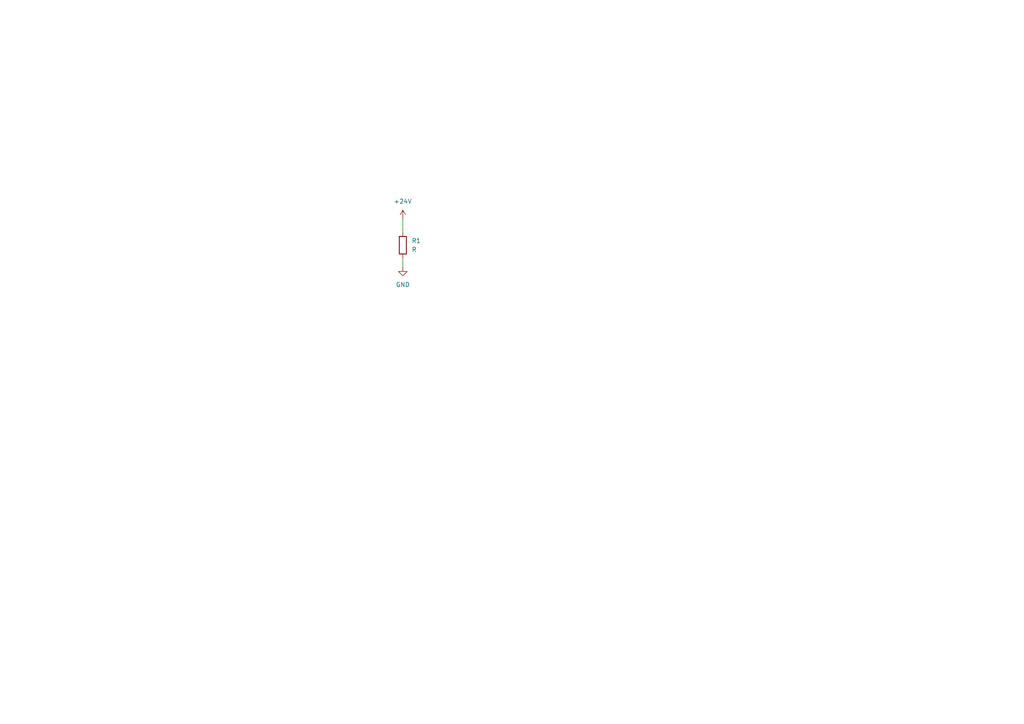
<source format=kicad_sch>
(kicad_sch (version 20250114) (generator "eeschema") (generator_version "9.0")
  (paper "A4")
  (lib_symbols
    (symbol "Device:R" (pin_numbers (hide yes)) (pin_names (offset 0))
      (property "Reference" "R" (at 2.032 0 90))
      (property "Value" "R" (at 0 0 90))
      (symbol "R_0_1"
        (rectangle (start -1.016 -2.54) (end 1.016 2.54) (stroke (width 0.254)))
      )
      (symbol "R_1_1"
        (pin passive line (at 0 3.81 270) (length 1.27) (name "~") (number "1"))
        (pin passive line (at 0 -3.81 90) (length 1.27) (name "~") (number "2"))
      )
    )
    (symbol "power:+24V" (power) (pin_numbers (hide yes)) (pin_names (offset 0) (hide yes))
      (property "Value" "+24V" (at 0 3.556 0))
      (symbol "+24V_0_1"
        (polyline (pts (xy -0.762 1.27) (xy 0 2.54)))
        (polyline (pts (xy 0 2.54) (xy 0.762 1.27)))
        (polyline (pts (xy 0 0) (xy 0 2.54)))
      )
      (symbol "+24V_1_1"
        (pin power_in line (at 0 0 90) (length 0) (name "~") (number "1"))
      )
    )
    (symbol "power:GND" (power) (pin_numbers (hide yes)) (pin_names (offset 0) (hide yes))
      (property "Value" "GND" (at 0 -3.81 0))
      (symbol "GND_0_1"
        (polyline (pts (xy 0 0) (xy 0 -1.27) (xy 1.27 -1.27) (xy 0 -2.54) (xy -1.27 -1.27) (xy 0 -1.27)))
      )
      (symbol "GND_1_1"
        (pin power_in line (at 0 0 270) (length 0) (name "~") (number "1"))
      )
    )
  )
  (wire (pts (xy 116.84 74.93) (xy 116.84 77.47)))
  (wire (pts (xy 116.84 63.5) (xy 116.84 67.31)))
  (symbol (lib_id "Device:R") (at 116.84 71.12 0) (unit 1)
    (property "Reference" "R1" (at 119.38 69.8499 0) (effects (justify left)))
    (property "Value" "R" (at 119.38 72.3899 0) (effects (justify left)))
    (property "Description" "Resistor" (effects (hide yes)))
  )
  (symbol (lib_id "power:GND") (at 116.84 77.47 0) (unit 1)
    (property "Reference" "#PWR02" (effects (hide yes)))
    (property "Value" "GND" (at 116.84 82.55 0))
    (property "Description" "Power symbol creates a global label with name \"GND\" , ground" (effects (hide yes)))
  )
  (symbol (lib_id "power:+24V") (at 116.84 63.5 0) (unit 1)
    (property "Reference" "#PWR01" (effects (hide yes)))
    (property "Value" "+24V" (at 116.84 58.42 0))
    (property "Description" "Power symbol creates a global label with name \"+24V\"" (effects (hide yes)))
  )
)
</source>
